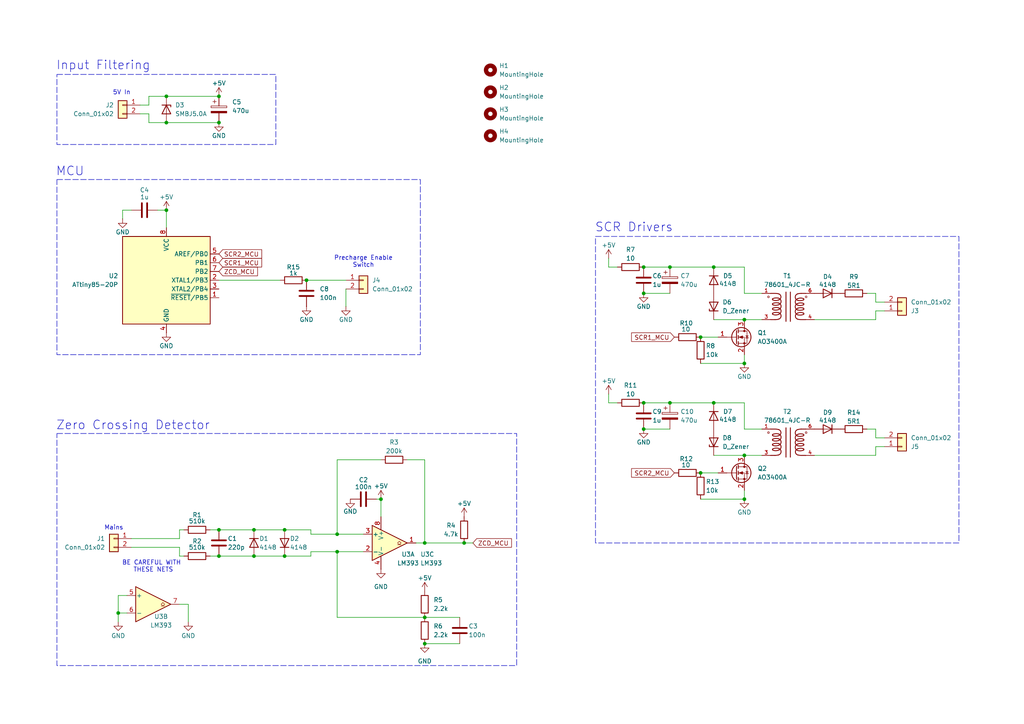
<source format=kicad_sch>
(kicad_sch (version 20250114) (generator "eeschema") (generator_version "9.0")
  (paper "A4")
  (lib_symbols
    (symbol "Comparator:LM393" (pin_names (offset 0.127))
      (property "Reference" "U" (at 3.81 3.81 0))
      (property "Value" "LM393" (at 6.35 -3.81 0))
      (symbol "LM393_1_1"
        (polyline (pts (xy -5.08 5.08) (xy 5.08 0) (xy -5.08 -5.08) (xy -5.08 5.08)) (stroke (width 0.254)) (fill (type background)))
        (polyline (pts (xy 3.302 -0.508) (xy 2.794 -0.508) (xy 3.302 0) (xy 2.794 0.508) (xy 2.286 0) (xy 2.794 -0.508) (xy 2.286 -0.508)) (stroke (width 0.127)))
        (pin input line (at -7.62 2.54 0) (length 2.54) (name "+") (number "3"))
        (pin input line (at -7.62 -2.54 0) (length 2.54) (name "-") (number "2"))
        (pin open_collector line (at 7.62 0 180) (length 2.54) (name "~") (number "1"))
      )
      (symbol "LM393_2_1"
        (polyline (pts (xy -5.08 5.08) (xy 5.08 0) (xy -5.08 -5.08) (xy -5.08 5.08)) (stroke (width 0.254)) (fill (type background)))
        (polyline (pts (xy 3.302 -0.508) (xy 2.794 -0.508) (xy 3.302 0) (xy 2.794 0.508) (xy 2.286 0) (xy 2.794 -0.508) (xy 2.286 -0.508)) (stroke (width 0.127)))
        (pin input line (at -7.62 2.54 0) (length 2.54) (name "+") (number "5"))
        (pin input line (at -7.62 -2.54 0) (length 2.54) (name "-") (number "6"))
        (pin open_collector line (at 7.62 0 180) (length 2.54) (name "~") (number "7"))
      )
      (symbol "LM393_3_1"
        (pin power_in line (at -2.54 7.62 270) (length 3.81) (name "V+") (number "8"))
        (pin power_in line (at -2.54 -7.62 90) (length 3.81) (name "V-") (number "4"))
      )
    )
    (symbol "Connector_Generic:Conn_01x02" (pin_names (offset 1.016) (hide yes))
      (property "Reference" "J" (at 0 2.54 0))
      (property "Value" "Conn_01x02" (at 0 -5.08 0))
      (symbol "Conn_01x02_1_1"
        (rectangle (start -1.27 1.27) (end 1.27 -3.81) (stroke (width 0.254)) (fill (type background)))
        (rectangle (start -1.27 0.127) (end 0 -0.127) (stroke (width 0.1524)))
        (rectangle (start -1.27 -2.413) (end 0 -2.667) (stroke (width 0.1524)))
        (pin passive line (at -5.08 0 0) (length 3.81) (name "Pin_1") (number "1"))
        (pin passive line (at -5.08 -2.54 0) (length 3.81) (name "Pin_2") (number "2"))
      )
    )
    (symbol "Device:C" (pin_numbers (hide yes)) (pin_names (offset 0.254))
      (property "Reference" "C" (at 0.635 2.54 0))
      (property "Value" "C" (at 0.635 -2.54 0))
      (symbol "C_0_1"
        (polyline (pts (xy -2.032 0.762) (xy 2.032 0.762)) (stroke (width 0.508)))
        (polyline (pts (xy -2.032 -0.762) (xy 2.032 -0.762)) (stroke (width 0.508)))
      )
      (symbol "C_1_1"
        (pin passive line (at 0 3.81 270) (length 2.794) (name "~") (number "1"))
        (pin passive line (at 0 -3.81 90) (length 2.794) (name "~") (number "2"))
      )
    )
    (symbol "Device:C_Polarized" (pin_numbers (hide yes)) (pin_names (offset 0.254))
      (property "Reference" "C" (at 0.635 2.54 0))
      (property "Value" "C_Polarized" (at 0.635 -2.54 0))
      (symbol "C_Polarized_0_1"
        (rectangle (start -2.286 0.508) (end 2.286 1.016))
        (polyline (pts (xy -1.778 2.286) (xy -0.762 2.286)))
        (polyline (pts (xy -1.27 2.794) (xy -1.27 1.778)))
        (rectangle (start 2.286 -0.508) (end -2.286 -1.016) (fill (type outline)))
      )
      (symbol "C_Polarized_1_1"
        (pin passive line (at 0 3.81 270) (length 2.794) (name "~") (number "1"))
        (pin passive line (at 0 -3.81 90) (length 2.794) (name "~") (number "2"))
      )
    )
    (symbol "Device:D" (pin_numbers (hide yes)) (pin_names (offset 1.016) (hide yes))
      (property "Reference" "D" (at 0 2.54 0))
      (property "Value" "D" (at 0 -2.54 0))
      (symbol "D_0_1"
        (polyline (pts (xy -1.27 1.27) (xy -1.27 -1.27)) (stroke (width 0.254)))
        (polyline (pts (xy 1.27 1.27) (xy 1.27 -1.27) (xy -1.27 0) (xy 1.27 1.27)) (stroke (width 0.254)))
        (polyline (pts (xy 1.27 0) (xy -1.27 0)))
      )
      (symbol "D_1_1"
        (pin passive line (at -3.81 0 0) (length 2.54) (name "K") (number "1"))
        (pin passive line (at 3.81 0 180) (length 2.54) (name "A") (number "2"))
      )
    )
    (symbol "Device:D_Zener" (pin_numbers (hide yes)) (pin_names (offset 1.016) (hide yes))
      (property "Reference" "D" (at 0 2.54 0))
      (property "Value" "D_Zener" (at 0 -2.54 0))
      (symbol "D_Zener_0_1"
        (polyline (pts (xy -1.27 -1.27) (xy -1.27 1.27) (xy -0.762 1.27)) (stroke (width 0.254)))
        (polyline (pts (xy 1.27 0) (xy -1.27 0)))
        (polyline (pts (xy 1.27 -1.27) (xy 1.27 1.27) (xy -1.27 0) (xy 1.27 -1.27)) (stroke (width 0.254)))
      )
      (symbol "D_Zener_1_1"
        (pin passive line (at -3.81 0 0) (length 2.54) (name "K") (number "1"))
        (pin passive line (at 3.81 0 180) (length 2.54) (name "A") (number "2"))
      )
    )
    (symbol "Device:R" (pin_numbers (hide yes)) (pin_names (offset 0))
      (property "Reference" "R" (at 2.032 0 90))
      (property "Value" "R" (at 0 0 90))
      (symbol "R_0_1"
        (rectangle (start -1.016 -2.54) (end 1.016 2.54) (stroke (width 0.254)))
      )
      (symbol "R_1_1"
        (pin passive line (at 0 3.81 270) (length 1.27) (name "~") (number "1"))
        (pin passive line (at 0 -3.81 90) (length 1.27) (name "~") (number "2"))
      )
    )
    (symbol "MCU_Microchip_ATtiny:ATtiny85-20P"
      (property "Reference" "U" (at -12.7 13.97 0))
      (property "Value" "ATtiny85-20P" (at 2.54 -13.97 0))
      (symbol "ATtiny85-20P_0_1"
        (rectangle (start -12.7 -12.7) (end 12.7 12.7) (stroke (width 0.254)) (fill (type background)))
      )
      (symbol "ATtiny85-20P_1_1"
        (pin power_in line (at 0 15.24 270) (length 2.54) (name "VCC") (number "8"))
        (pin power_in line (at 0 -15.24 90) (length 2.54) (name "GND") (number "4"))
        (pin bidirectional line (at 15.24 7.62 180) (length 2.54) (name "AREF/PB0") (number "5"))
        (pin bidirectional line (at 15.24 5.08 180) (length 2.54) (name "PB1") (number "6"))
        (pin bidirectional line (at 15.24 2.54 180) (length 2.54) (name "PB2") (number "7"))
        (pin bidirectional line (at 15.24 0 180) (length 2.54) (name "XTAL1/PB3") (number "2"))
        (pin bidirectional line (at 15.24 -2.54 180) (length 2.54) (name "XTAL2/PB4") (number "3"))
        (pin bidirectional line (at 15.24 -5.08 180) (length 2.54) (name "~{RESET}/PB5") (number "1"))
      )
    )
    (symbol "Mechanical:MountingHole" (pin_names (offset 1.016)) (in_bom no)
      (property "Reference" "H" (at 0 5.08 0))
      (property "Value" "MountingHole" (at 0 3.175 0))
      (symbol "MountingHole_0_1"
        (circle (center 0 0) (radius 1.27) (stroke (width 1.27)))
      )
    )
    (symbol "Project:78601_4JC-R" (pin_names (offset 1.016))
      (property "Reference" "T" (at 0 6.35 0))
      (property "Value" "78601_4JC-R" (at -6.604 -5.334 0))
      (symbol "78601_4JC-R_0_0"
        (circle (center -5.715 4.064) (radius 0.254))
        (polyline (pts (xy -5.08 5.08) (xy -3.81 5.08)) (stroke (width 0.254)))
        (polyline (pts (xy -5.08 -2.54) (xy -3.81 -2.54)) (stroke (width 0.254)))
        (arc (start -4.445 3.175) (mid -4.571 3.3654) (end -4.445 3.556) (stroke (width 0.254)))
        (arc (start -4.445 1.778) (mid -4.571 1.9684) (end -4.445 2.159) (stroke (width 0.254)))
        (arc (start -4.445 0.381) (mid -4.571 0.5714) (end -4.445 0.762) (stroke (width 0.254)))
        (arc (start -4.445 -1.016) (mid -4.571 -0.8256) (end -4.445 -0.635) (stroke (width 0.254)))
        (arc (start -3.683 5.08) (mid -3.2263 5.039) (end -2.794 4.953) (stroke (width 0.254)))
        (arc (start -2.794 -2.413) (mid -3.307 -2.5092) (end -3.81 -2.54) (stroke (width 0.254)))
        (arc (start -2.794 3.175) (mid -3.621 3.0067) (end -4.445 3.175) (stroke (width 0.254)))
        (arc (start -2.794 1.778) (mid -3.621 1.6097) (end -4.445 1.778) (stroke (width 0.254)))
        (arc (start -2.794 0.381) (mid -3.621 0.2127) (end -4.445 0.381) (stroke (width 0.254)))
        (arc (start -2.794 -1.016) (mid -3.621 -1.1843) (end -4.445 -1.016) (stroke (width 0.254)))
        (arc (start -4.445 3.556) (mid -3.6234 3.7555) (end -2.794 3.683) (stroke (width 0.254)))
        (arc (start -4.445 2.159) (mid -3.6234 2.3585) (end -2.794 2.286) (stroke (width 0.254)))
        (arc (start -4.445 0.762) (mid -3.6234 0.9615) (end -2.794 0.889) (stroke (width 0.254)))
        (arc (start -4.445 -0.635) (mid -3.6234 -0.4355) (end -2.794 -0.508) (stroke (width 0.254)))
        (arc (start -2.794 3.683) (mid -2.0532 2.7348) (end -2.794 1.778) (stroke (width 0.254)))
        (arc (start -2.794 2.286) (mid -2.0532 1.3378) (end -2.794 0.381) (stroke (width 0.254)))
        (arc (start -2.794 0.889) (mid -2.0532 -0.0592) (end -2.794 -1.016) (stroke (width 0.254)))
        (arc (start -2.794 -0.508) (mid -2.0532 -1.4562) (end -2.794 -2.413) (stroke (width 0.254)))
        (arc (start -2.794 4.953) (mid -2.1026 4.068) (end -2.794 3.175) (stroke (width 0.254)))
        (polyline (pts (xy -0.635 5.461) (xy -0.635 -3.048)) (stroke (width 0.254)))
        (polyline (pts (xy 0.635 5.461) (xy 0.635 -3.048)) (stroke (width 0.254)))
        (arc (start 2.794 -2.413) (mid 2.1026 -1.528) (end 2.794 -0.635) (stroke (width 0.254)))
        (arc (start 2.794 3.048) (mid 2.0532 3.9962) (end 2.794 4.953) (stroke (width 0.254)))
        (arc (start 2.794 1.651) (mid 2.0532 2.5992) (end 2.794 3.556) (stroke (width 0.254)))
        (arc (start 2.794 0.254) (mid 2.0532 1.2022) (end 2.794 2.159) (stroke (width 0.254)))
        (arc (start 2.794 -1.143) (mid 2.0532 -0.1948) (end 2.794 0.762) (stroke (width 0.254)))
        (arc (start 4.445 3.175) (mid 3.6234 2.9755) (end 2.794 3.048) (stroke (width 0.254)))
        (arc (start 4.445 1.778) (mid 3.6234 1.5785) (end 2.794 1.651) (stroke (width 0.254)))
        (arc (start 4.445 0.381) (mid 3.6234 0.1815) (end 2.794 0.254) (stroke (width 0.254)))
        (arc (start 4.445 -1.016) (mid 3.6234 -1.2155) (end 2.794 -1.143) (stroke (width 0.254)))
        (arc (start 2.794 3.556) (mid 3.621 3.7243) (end 4.445 3.556) (stroke (width 0.254)))
        (arc (start 2.794 2.159) (mid 3.621 2.3273) (end 4.445 2.159) (stroke (width 0.254)))
        (arc (start 2.794 0.762) (mid 3.621 0.9303) (end 4.445 0.762) (stroke (width 0.254)))
        (arc (start 2.794 -0.635) (mid 3.621 -0.4667) (end 4.445 -0.635) (stroke (width 0.254)))
        (arc (start 2.794 4.953) (mid 3.307 5.0492) (end 3.81 5.08) (stroke (width 0.254)))
        (arc (start 3.683 -2.54) (mid 3.2263 -2.499) (end 2.794 -2.413) (stroke (width 0.254)))
        (arc (start 4.445 3.556) (mid 4.571 3.3656) (end 4.445 3.175) (stroke (width 0.254)))
        (arc (start 4.445 2.159) (mid 4.571 1.9686) (end 4.445 1.778) (stroke (width 0.254)))
        (arc (start 4.445 0.762) (mid 4.571 0.5716) (end 4.445 0.381) (stroke (width 0.254)))
        (arc (start 4.445 -0.635) (mid 4.571 -0.8254) (end 4.445 -1.016) (stroke (width 0.254)))
        (polyline (pts (xy 5.08 5.08) (xy 3.81 5.08)) (stroke (width 0.254)))
        (polyline (pts (xy 5.08 -2.54) (xy 3.81 -2.54)) (stroke (width 0.254)))
        (circle (center 5.207 4.064) (radius 0.254))
        (pin passive line (at -7.62 5.08 0) (length 2.54) (name "~") (number "1"))
        (pin passive line (at -7.62 -2.54 0) (length 2.54) (name "~") (number "3"))
        (pin passive line (at 7.62 5.08 180) (length 2.54) (name "~") (number "6"))
        (pin passive line (at 7.62 -2.54 180) (length 2.54) (name "~") (number "4"))
      )
    )
    (symbol "Transistor_FET:AO3400A" (pin_names (offset 0) (hide yes))
      (property "Reference" "Q" (at 5.08 1.905 0))
      (property "Value" "AO3400A" (at 5.08 0 0))
      (symbol "AO3400A_0_1"
        (polyline (pts (xy 0.254 1.905) (xy 0.254 -1.905)) (stroke (width 0.254)))
        (polyline (pts (xy 0.254 0) (xy -2.54 0)))
        (polyline (pts (xy 0.762 2.286) (xy 0.762 1.27)) (stroke (width 0.254)))
        (polyline (pts (xy 0.762 0.508) (xy 0.762 -0.508)) (stroke (width 0.254)))
        (polyline (pts (xy 0.762 -1.27) (xy 0.762 -2.286)) (stroke (width 0.254)))
        (polyline (pts (xy 0.762 -1.778) (xy 3.302 -1.778) (xy 3.302 1.778) (xy 0.762 1.778)))
        (polyline (pts (xy 1.016 0) (xy 2.032 0.381) (xy 2.032 -0.381) (xy 1.016 0)) (fill (type outline)))
        (circle (center 1.651 0) (radius 2.794) (stroke (width 0.254)))
        (polyline (pts (xy 2.54 2.54) (xy 2.54 1.778)))
        (circle (center 2.54 1.778) (radius 0.254) (fill (type outline)))
        (circle (center 2.54 -1.778) (radius 0.254) (fill (type outline)))
        (polyline (pts (xy 2.54 -2.54) (xy 2.54 0) (xy 0.762 0)))
        (polyline (pts (xy 2.921 0.381) (xy 3.683 0.381)))
        (polyline (pts (xy 3.302 0.381) (xy 2.921 -0.254) (xy 3.683 -0.254) (xy 3.302 0.381)))
      )
      (symbol "AO3400A_1_1"
        (pin input line (at -5.08 0 0) (length 2.54) (name "G") (number "1"))
        (pin passive line (at 2.54 5.08 270) (length 2.54) (name "D") (number "3"))
        (pin passive line (at 2.54 -5.08 90) (length 2.54) (name "S") (number "2"))
      )
    )
    (symbol "power:+5V" (power) (pin_numbers (hide yes)) (pin_names (offset 0) (hide yes))
      (property "Value" "+5V" (at 0 3.556 0))
      (symbol "+5V_0_1"
        (polyline (pts (xy -0.762 1.27) (xy 0 2.54)))
        (polyline (pts (xy 0 2.54) (xy 0.762 1.27)))
        (polyline (pts (xy 0 0) (xy 0 2.54)))
      )
      (symbol "+5V_1_1"
        (pin power_in line (at 0 0 90) (length 0) (name "~") (number "1"))
      )
    )
    (symbol "power:GND" (power) (pin_numbers (hide yes)) (pin_names (offset 0) (hide yes))
      (property "Value" "GND" (at 0 -3.81 0))
      (symbol "GND_0_1"
        (polyline (pts (xy 0 0) (xy 0 -1.27) (xy 1.27 -1.27) (xy 0 -2.54) (xy -1.27 -1.27) (xy 0 -1.27)))
      )
      (symbol "GND_1_1"
        (pin power_in line (at 0 0 270) (length 0) (name "~") (number "1"))
      )
    )
  )
  (rectangle (start 16.51 21.59) (end 80.01 41.91) (stroke (width 0) (type dash)))
  (rectangle (start 16.51 52.07) (end 121.92 102.87) (stroke (width 0) (type dash)))
  (rectangle (start 16.51 125.73) (end 149.86 193.04) (stroke (width 0) (type dash)))
  (rectangle (start 172.72 68.58) (end 278.13 157.48) (stroke (width 0) (type dash)))
  (text "Input Filtering" (at 29.972 19.05 0) (effects (font (size 2.54 2.54))))
  (text "MCU" (at 20.32 49.784 0) (effects (font (size 2.54 2.54))))
  (text "SCR Drivers" (at 183.896 66.04 0) (effects (font (size 2.54 2.54))))
  (text "5V In" (at 35.306 26.924 0) (effects (font (size 1.27 1.27))))
  (text "Mains" (at 33.02 153.162 0) (effects (font (size 1.27 1.27))))
  (text "Zero Crossing Detector" (at 38.608 123.444 0) (effects (font (size 2.54 2.54))))
  (text "BE CAREFUL WITH \nTHESE NETS" (at 44.45 164.338 0) (effects (font (size 1.27 1.27))))
  (text "Precharge Enable\nSwitch" (at 105.41 75.946 0) (effects (font (size 1.27 1.27))))
  (junction (at 63.5 153.67))
  (junction (at 82.55 153.67))
  (junction (at 186.69 124.46))
  (junction (at 63.5 35.56))
  (junction (at 34.29 177.8))
  (junction (at 63.5 27.94))
  (junction (at 48.26 35.56))
  (junction (at 215.9 132.08))
  (junction (at 73.66 161.29))
  (junction (at 48.26 60.96))
  (junction (at 134.62 157.48))
  (junction (at 203.2 97.79))
  (junction (at 215.9 144.78))
  (junction (at 73.66 153.67))
  (junction (at 82.55 161.29))
  (junction (at 123.19 186.69))
  (junction (at 215.9 92.71))
  (junction (at 207.01 116.84))
  (junction (at 194.31 116.84))
  (junction (at 186.69 85.09))
  (junction (at 186.69 116.84))
  (junction (at 123.19 157.48))
  (junction (at 186.69 77.47))
  (junction (at 63.5 161.29))
  (junction (at 48.26 27.94))
  (junction (at 215.9 105.41))
  (junction (at 194.31 77.47))
  (junction (at 207.01 77.47))
  (junction (at 203.2 137.16))
  (junction (at 123.19 179.07))
  (junction (at 97.79 154.94))
  (junction (at 97.79 160.02))
  (junction (at 110.49 144.78))
  (junction (at 88.9 81.28))
  (wire (pts (xy 43.18 35.56) (xy 48.26 35.56)))
  (wire (pts (xy 123.19 157.48) (xy 134.62 157.48)))
  (wire (pts (xy 52.07 153.67) (xy 53.34 153.67)))
  (wire (pts (xy 82.55 153.67) (xy 90.17 153.67)))
  (wire (pts (xy 203.2 144.78) (xy 215.9 144.78)))
  (wire (pts (xy 186.69 124.46) (xy 194.31 124.46)))
  (wire (pts (xy 207.01 116.84) (xy 215.9 116.84)))
  (wire (pts (xy 34.29 177.8) (xy 34.29 172.72)))
  (wire (pts (xy 215.9 116.84) (xy 215.9 124.46)))
  (wire (pts (xy 90.17 154.94) (xy 97.79 154.94)))
  (wire (pts (xy 54.61 180.34) (xy 54.61 175.26)))
  (wire (pts (xy 60.96 161.29) (xy 63.5 161.29)))
  (wire (pts (xy 203.2 137.16) (xy 208.28 137.16)))
  (wire (pts (xy 40.64 33.02) (xy 43.18 33.02)))
  (wire (pts (xy 254 90.17) (xy 256.54 90.17)))
  (wire (pts (xy 123.19 157.48) (xy 120.65 157.48)))
  (wire (pts (xy 38.1 60.96) (xy 35.56 60.96)))
  (wire (pts (xy 176.53 77.47) (xy 179.07 77.47)))
  (wire (pts (xy 194.31 116.84) (xy 207.01 116.84)))
  (wire (pts (xy 52.07 158.75) (xy 52.07 161.29)))
  (wire (pts (xy 48.26 27.94) (xy 63.5 27.94)))
  (wire (pts (xy 123.19 133.35) (xy 123.19 157.48)))
  (wire (pts (xy 236.22 92.71) (xy 254 92.71)))
  (wire (pts (xy 82.55 161.29) (xy 90.17 161.29)))
  (wire (pts (xy 97.79 133.35) (xy 97.79 154.94)))
  (wire (pts (xy 73.66 153.67) (xy 82.55 153.67)))
  (wire (pts (xy 40.64 30.48) (xy 43.18 30.48)))
  (wire (pts (xy 256.54 127) (xy 254 127)))
  (wire (pts (xy 176.53 116.84) (xy 179.07 116.84)))
  (wire (pts (xy 43.18 33.02) (xy 43.18 35.56)))
  (wire (pts (xy 256.54 87.63) (xy 254 87.63)))
  (wire (pts (xy 215.9 102.87) (xy 215.9 105.41)))
  (wire (pts (xy 34.29 177.8) (xy 36.83 177.8)))
  (wire (pts (xy 118.11 133.35) (xy 123.19 133.35)))
  (wire (pts (xy 215.9 92.71) (xy 220.98 92.71)))
  (wire (pts (xy 90.17 153.67) (xy 90.17 154.94)))
  (wire (pts (xy 110.49 133.35) (xy 97.79 133.35)))
  (wire (pts (xy 215.9 77.47) (xy 215.9 85.09)))
  (wire (pts (xy 60.96 153.67) (xy 63.5 153.67)))
  (wire (pts (xy 254 129.54) (xy 256.54 129.54)))
  (wire (pts (xy 97.79 179.07) (xy 97.79 160.02)))
  (wire (pts (xy 215.9 142.24) (xy 215.9 144.78)))
  (wire (pts (xy 34.29 177.8) (xy 34.29 180.34)))
  (wire (pts (xy 63.5 81.28) (xy 81.28 81.28)))
  (wire (pts (xy 254 127) (xy 254 124.46)))
  (wire (pts (xy 194.31 77.47) (xy 207.01 77.47)))
  (wire (pts (xy 38.1 156.21) (xy 52.07 156.21)))
  (wire (pts (xy 97.79 154.94) (xy 105.41 154.94)))
  (wire (pts (xy 254 124.46) (xy 251.46 124.46)))
  (wire (pts (xy 134.62 157.48) (xy 137.16 157.48)))
  (wire (pts (xy 97.79 160.02) (xy 105.41 160.02)))
  (wire (pts (xy 186.69 116.84) (xy 194.31 116.84)))
  (wire (pts (xy 48.26 60.96) (xy 48.26 66.04)))
  (wire (pts (xy 254 92.71) (xy 254 90.17)))
  (wire (pts (xy 123.19 179.07) (xy 133.35 179.07)))
  (wire (pts (xy 109.22 144.78) (xy 110.49 144.78)))
  (wire (pts (xy 123.19 186.69) (xy 133.35 186.69)))
  (wire (pts (xy 35.56 60.96) (xy 35.56 63.5)))
  (wire (pts (xy 186.69 77.47) (xy 194.31 77.47)))
  (wire (pts (xy 100.33 83.82) (xy 100.33 88.9)))
  (wire (pts (xy 203.2 105.41) (xy 215.9 105.41)))
  (wire (pts (xy 45.72 60.96) (xy 48.26 60.96)))
  (wire (pts (xy 43.18 27.94) (xy 48.26 27.94)))
  (wire (pts (xy 215.9 85.09) (xy 220.98 85.09)))
  (wire (pts (xy 38.1 158.75) (xy 52.07 158.75)))
  (wire (pts (xy 207.01 132.08) (xy 215.9 132.08)))
  (wire (pts (xy 236.22 132.08) (xy 254 132.08)))
  (wire (pts (xy 52.07 156.21) (xy 52.07 153.67)))
  (wire (pts (xy 207.01 92.71) (xy 215.9 92.71)))
  (wire (pts (xy 176.53 74.93) (xy 176.53 77.47)))
  (wire (pts (xy 48.26 35.56) (xy 63.5 35.56)))
  (wire (pts (xy 123.19 179.07) (xy 97.79 179.07)))
  (wire (pts (xy 110.49 144.78) (xy 110.49 149.86)))
  (wire (pts (xy 73.66 161.29) (xy 82.55 161.29)))
  (wire (pts (xy 43.18 30.48) (xy 43.18 27.94)))
  (wire (pts (xy 254 85.09) (xy 251.46 85.09)))
  (wire (pts (xy 63.5 153.67) (xy 73.66 153.67)))
  (wire (pts (xy 186.69 85.09) (xy 194.31 85.09)))
  (wire (pts (xy 254 87.63) (xy 254 85.09)))
  (wire (pts (xy 254 132.08) (xy 254 129.54)))
  (wire (pts (xy 90.17 161.29) (xy 90.17 160.02)))
  (wire (pts (xy 207.01 77.47) (xy 215.9 77.47)))
  (wire (pts (xy 215.9 132.08) (xy 220.98 132.08)))
  (wire (pts (xy 54.61 175.26) (xy 52.07 175.26)))
  (wire (pts (xy 34.29 172.72) (xy 36.83 172.72)))
  (wire (pts (xy 203.2 97.79) (xy 208.28 97.79)))
  (wire (pts (xy 88.9 81.28) (xy 100.33 81.28)))
  (wire (pts (xy 52.07 161.29) (xy 53.34 161.29)))
  (wire (pts (xy 176.53 114.3) (xy 176.53 116.84)))
  (wire (pts (xy 215.9 124.46) (xy 220.98 124.46)))
  (wire (pts (xy 63.5 161.29) (xy 73.66 161.29)))
  (wire (pts (xy 90.17 160.02) (xy 97.79 160.02)))
  (global_label "ZCD_MCU" (shape input) (at 63.5 78.74 0) (property "Intersheetrefs" "${INTERSHEET_REFS}" (effects (hide yes))))
  (global_label "ZCD_MCU" (shape input) (at 137.16 157.48 0) (property "Intersheetrefs" "${INTERSHEET_REFS}" (effects (hide yes))))
  (global_label "SCR1_MCU" (shape input) (at 63.5 76.2 0) (property "Intersheetrefs" "${INTERSHEET_REFS}" (effects (hide yes))))
  (global_label "SCR2_MCU" (shape input) (at 195.58 137.16 180) (property "Intersheetrefs" "${INTERSHEET_REFS}" (effects (hide yes))))
  (global_label "SCR1_MCU" (shape input) (at 195.58 97.79 180) (property "Intersheetrefs" "${INTERSHEET_REFS}" (effects (hide yes))))
  (global_label "SCR2_MCU" (shape input) (at 63.5 73.66 0) (property "Intersheetrefs" "${INTERSHEET_REFS}" (effects (hide yes))))
  (symbol (lib_id "Transistor_FET:AO3400A") (at 213.36 97.79 0) (unit 1)
    (property "Reference" "Q1" (at 219.71 96.5199 0) (effects (justify left)))
    (property "Value" "AO3400A" (at 219.71 99.0599 0) (effects (justify left)))
    (property "Footprint" "Package_TO_SOT_SMD:SOT-23" (effects (hide yes)))
    (property "Datasheet" "http://www.aosmd.com/pdfs/datasheet/AO3400A.pdf" (effects (hide yes)))
    (property "Description" "30V Vds, 5.7A Id, N-Channel MOSFET, SOT-23" (effects (hide yes)))
    (property "LCSC" "C20917" (effects (hide yes)))
  )
  (symbol (lib_id "Device:R") (at 199.39 137.16 90) (unit 1)
    (property "Reference" "R12" (at 197.104 133.096 90) (effects (justify right)))
    (property "Value" "10" (at 197.612 134.874 90) (effects (justify right)))
    (property "Footprint" "Resistor_SMD:R_0603_1608Metric" (effects (hide yes)))
    (property "Description" "Resistor" (effects (hide yes)))
    (property "LCSC" "C22859" (effects (hide yes)))
  )
  (symbol (lib_id "Project:78601_4JC-R") (at 228.6 90.17 0) (unit 1)
    (property "Reference" "T1" (at 228.346 80.01 0))
    (property "Value" "78601_4JC-R" (at 228.346 82.55 0))
    (property "Footprint" "Project:XFMR_78601_4JC-R" (effects (hide yes)))
  )
  (symbol (lib_id "Device:R") (at 199.39 97.79 90) (unit 1)
    (property "Reference" "R10" (at 197.104 93.726 90) (effects (justify right)))
    (property "Value" "10" (at 197.612 95.504 90) (effects (justify right)))
    (property "Footprint" "Resistor_SMD:R_0603_1608Metric" (effects (hide yes)))
    (property "Description" "Resistor" (effects (hide yes)))
    (property "LCSC" "C22859" (effects (hide yes)))
  )
  (symbol (lib_id "Device:R") (at 247.65 85.09 90) (unit 1)
    (property "Reference" "R9" (at 247.65 80.264 90))
    (property "Value" "5R1" (at 247.65 82.804 90))
    (property "Footprint" "Resistor_SMD:R_2010_5025Metric" (effects (hide yes)))
    (property "Description" "Resistor" (effects (hide yes)))
  )
  (symbol (lib_id "Device:R") (at 134.62 153.67 180) (unit 1)
    (property "Reference" "R4" (at 130.81 152.4 0))
    (property "Value" "4.7k" (at 130.81 154.94 0))
    (property "Footprint" "Resistor_SMD:R_0603_1608Metric" (effects (hide yes)))
    (property "Description" "Resistor" (effects (hide yes)))
    (property "LCSC" "C23162" (effects (hide yes)))
  )
  (symbol (lib_id "Device:R") (at 247.65 124.46 90) (unit 1)
    (property "Reference" "R14" (at 247.65 119.634 90))
    (property "Value" "5R1" (at 247.65 122.174 90))
    (property "Footprint" "Resistor_SMD:R_2010_5025Metric" (effects (hide yes)))
    (property "Description" "Resistor" (effects (hide yes)))
  )
  (symbol (lib_id "Device:D") (at 207.01 81.28 270) (unit 1)
    (property "Reference" "D5" (at 211.074 80.01 90))
    (property "Value" "4148" (at 211.074 82.296 90))
    (property "Footprint" "Diode_SMD:D_SOD-123" (effects (hide yes)))
    (property "Description" "Diode" (effects (hide yes)))
    (property "Sim.Device" "D" (effects (hide yes)))
    (property "Sim.Pins" "1=K 2=A" (effects (hide yes)))
    (property "LCSC" "C81598" (effects (hide yes)))
  )
  (symbol (lib_id "power:GND") (at 34.29 180.34 0) (unit 1)
    (property "Reference" "#PWR011" (effects (hide yes)))
    (property "Value" "GND" (at 34.29 184.404 0))
    (property "Description" "Power symbol creates a global label with name \"GND\" , ground" (effects (hide yes)))
  )
  (symbol (lib_id "Connector_Generic:Conn_01x02") (at 261.62 90.17 0) (mirror x) (unit 1)
    (property "Reference" "J3" (at 264.16 90.1701 0) (effects (justify left)))
    (property "Value" "Conn_01x02" (at 264.16 87.6301 0) (effects (justify left)))
    (property "Footprint" "TerminalBlock_Phoenix:TerminalBlock_Phoenix_MKDS-1,5-2-5.08_1x02_P5.08mm_Horizontal" (effects (hide yes)))
    (property "Description" "Generic connector, single row, 01x02, script generated (kicad-library-utils/schlib/autogen/connector/)" (effects (hide yes)))
  )
  (symbol (lib_id "Device:C") (at 63.5 157.48 0) (unit 1)
    (property "Reference" "C1" (at 66.04 156.21 0) (effects (justify left)))
    (property "Value" "220p" (at 66.04 158.75 0) (effects (justify left)))
    (property "Footprint" "Capacitor_SMD:C_0603_1608Metric" (effects (hide yes)))
    (property "Description" "Unpolarized capacitor" (effects (hide yes)))
    (property "LCSC" "C1603" (effects (hide yes)))
  )
  (symbol (lib_id "Device:R") (at 203.2 101.6 0) (unit 1)
    (property "Reference" "R8" (at 204.724 100.33 0) (effects (justify left)))
    (property "Value" "10k" (at 204.724 102.87 0) (effects (justify left)))
    (property "Footprint" "Resistor_SMD:R_0603_1608Metric" (effects (hide yes)))
    (property "Description" "Resistor" (effects (hide yes)))
    (property "LCSC" "C25804" (effects (hide yes)))
  )
  (symbol (lib_id "power:GND") (at 101.6 144.78 0) (unit 1)
    (property "Reference" "#PWR03" (effects (hide yes)))
    (property "Value" "GND" (at 101.6 148.336 0))
    (property "Description" "Power symbol creates a global label with name \"GND\" , ground" (effects (hide yes)))
  )
  (symbol (lib_id "Device:D") (at 82.55 157.48 90) (unit 1)
    (property "Reference" "D2" (at 84.074 156.21 90) (effects (justify right)))
    (property "Value" "4148" (at 84.074 158.75 90) (effects (justify right)))
    (property "Footprint" "Diode_SMD:D_SOD-123" (effects (hide yes)))
    (property "Description" "Diode" (effects (hide yes)))
    (property "Sim.Device" "D" (effects (hide yes)))
    (property "Sim.Pins" "1=K 2=A" (effects (hide yes)))
    (property "LCSC" "C81598" (effects (hide yes)))
  )
  (symbol (lib_id "Device:C") (at 41.91 60.96 90) (unit 1)
    (property "Reference" "C4" (at 41.91 55.118 90))
    (property "Value" "1u" (at 41.91 57.15 90))
    (property "Footprint" "Capacitor_SMD:C_0603_1608Metric" (effects (hide yes)))
    (property "Description" "Unpolarized capacitor" (effects (hide yes)))
    (property "LCSC" "C15849" (effects (hide yes)))
  )
  (symbol (lib_id "Mechanical:MountingHole") (at 142.24 26.67 0) (unit 1) (in_bom no)
    (property "Reference" "H2" (at 144.78 25.3999 0) (effects (justify left)))
    (property "Value" "MountingHole" (at 144.78 27.9399 0) (effects (justify left)))
    (property "Footprint" "MountingHole:MountingHole_3.2mm_M3" (effects (hide yes)))
    (property "Description" "Mounting Hole without connection" (effects (hide yes)))
  )
  (symbol (lib_id "Device:C_Polarized") (at 63.5 31.75 0) (unit 1)
    (property "Reference" "C5" (at 67.31 29.5909 0) (effects (justify left)))
    (property "Value" "470u" (at 67.31 32.1309 0) (effects (justify left)))
    (property "Footprint" "Capacitor_THT:CP_Radial_D10.0mm_P5.00mm" (effects (hide yes)))
    (property "Description" "Polarized capacitor" (effects (hide yes)))
  )
  (symbol (lib_id "power:GND") (at 54.61 180.34 0) (unit 1)
    (property "Reference" "#PWR010" (effects (hide yes)))
    (property "Value" "GND" (at 54.61 184.404 0))
    (property "Description" "Power symbol creates a global label with name \"GND\" , ground" (effects (hide yes)))
  )
  (symbol (lib_id "Mechanical:MountingHole") (at 142.24 20.32 0) (unit 1) (in_bom no)
    (property "Reference" "H1" (at 144.78 19.0499 0) (effects (justify left)))
    (property "Value" "MountingHole" (at 144.78 21.5899 0) (effects (justify left)))
    (property "Footprint" "MountingHole:MountingHole_3.2mm_M3" (effects (hide yes)))
    (property "Description" "Mounting Hole without connection" (effects (hide yes)))
  )
  (symbol (lib_id "Device:R") (at 57.15 153.67 90) (unit 1)
    (property "Reference" "R1" (at 57.15 149.352 90))
    (property "Value" "510k" (at 57.15 151.13 90))
    (property "Footprint" "Resistor_SMD:R_1206_3216Metric" (effects (hide yes)))
    (property "Description" "Resistor" (effects (hide yes)))
    (property "LCSC" "C23192" (effects (hide yes)))
  )
  (symbol (lib_id "power:GND") (at 186.69 124.46 0) (unit 1)
    (property "Reference" "#PWR020" (effects (hide yes)))
    (property "Value" "GND" (at 186.69 128.27 0))
    (property "Description" "Power symbol creates a global label with name \"GND\" , ground" (effects (hide yes)))
  )
  (symbol (lib_id "power:GND") (at 48.26 96.52 0) (unit 1)
    (property "Reference" "#PWR07" (effects (hide yes)))
    (property "Value" "GND" (at 48.26 100.33 0))
    (property "Description" "Power symbol creates a global label with name \"GND\" , ground" (effects (hide yes)))
  )
  (symbol (lib_id "power:+5V") (at 176.53 114.3 0) (unit 1)
    (property "Reference" "#PWR018" (effects (hide yes)))
    (property "Value" "+5V" (at 176.53 110.49 0))
    (property "Description" "Power symbol creates a global label with name \"+5V\"" (effects (hide yes)))
  )
  (symbol (lib_id "Device:R") (at 57.15 161.29 90) (unit 1)
    (property "Reference" "R2" (at 57.15 156.972 90))
    (property "Value" "510k" (at 57.15 158.75 90))
    (property "Footprint" "Resistor_SMD:R_1206_3216Metric" (effects (hide yes)))
    (property "Description" "Resistor" (effects (hide yes)))
    (property "LCSC" "C23192" (effects (hide yes)))
  )
  (symbol (lib_id "Device:C") (at 186.69 81.28 0) (unit 1)
    (property "Reference" "C6" (at 189.23 80.01 0) (effects (justify left)))
    (property "Value" "1u" (at 189.23 82.55 0) (effects (justify left)))
    (property "Footprint" "Capacitor_SMD:C_0603_1608Metric" (effects (hide yes)))
    (property "Description" "Unpolarized capacitor" (effects (hide yes)))
    (property "LCSC" "C15849" (effects (hide yes)))
  )
  (symbol (lib_id "Device:D") (at 207.01 120.65 270) (unit 1)
    (property "Reference" "D7" (at 211.074 119.38 90))
    (property "Value" "4148" (at 211.074 121.666 90))
    (property "Footprint" "Diode_SMD:D_SOD-123" (effects (hide yes)))
    (property "Description" "Diode" (effects (hide yes)))
    (property "Sim.Device" "D" (effects (hide yes)))
    (property "Sim.Pins" "1=K 2=A" (effects (hide yes)))
    (property "LCSC" "C81598" (effects (hide yes)))
  )
  (symbol (lib_id "power:GND") (at 63.5 35.56 0) (unit 1)
    (property "Reference" "#PWR013" (effects (hide yes)))
    (property "Value" "GND" (at 63.5 39.37 0))
    (property "Description" "Power symbol creates a global label with name \"GND\" , ground" (effects (hide yes)))
  )
  (symbol (lib_id "power:+5V") (at 48.26 60.96 0) (unit 1)
    (property "Reference" "#PWR08" (effects (hide yes)))
    (property "Value" "+5V" (at 48.26 57.15 0))
    (property "Description" "Power symbol creates a global label with name \"+5V\"" (effects (hide yes)))
  )
  (symbol (lib_id "power:+5V") (at 134.62 149.86 0) (unit 1)
    (property "Reference" "#PWR04" (effects (hide yes)))
    (property "Value" "+5V" (at 134.62 146.05 0))
    (property "Description" "Power symbol creates a global label with name \"+5V\"" (effects (hide yes)))
  )
  (symbol (lib_id "Device:C") (at 105.41 144.78 90) (unit 1)
    (property "Reference" "C2" (at 105.41 139.192 90))
    (property "Value" "100n" (at 105.41 141.224 90))
    (property "Footprint" "Capacitor_SMD:C_0603_1608Metric" (effects (hide yes)))
    (property "Description" "Unpolarized capacitor" (effects (hide yes)))
    (property "LCSC" "C14663" (effects (hide yes)))
  )
  (symbol (lib_id "Transistor_FET:AO3400A") (at 213.36 137.16 0) (unit 1)
    (property "Reference" "Q2" (at 219.71 135.8899 0) (effects (justify left)))
    (property "Value" "AO3400A" (at 219.71 138.4299 0) (effects (justify left)))
    (property "Footprint" "Package_TO_SOT_SMD:SOT-23" (effects (hide yes)))
    (property "Datasheet" "http://www.aosmd.com/pdfs/datasheet/AO3400A.pdf" (effects (hide yes)))
    (property "Description" "30V Vds, 5.7A Id, N-Channel MOSFET, SOT-23" (effects (hide yes)))
    (property "LCSC" "C20917" (effects (hide yes)))
  )
  (symbol (lib_id "power:GND") (at 110.49 165.1 0) (unit 1)
    (property "Reference" "#PWR01" (effects (hide yes)))
    (property "Value" "GND" (at 110.49 170.18 0))
    (property "Description" "Power symbol creates a global label with name \"GND\" , ground" (effects (hide yes)))
  )
  (symbol (lib_id "Connector_Generic:Conn_01x02") (at 105.41 81.28 0) (unit 1)
    (property "Reference" "J4" (at 107.95 81.2799 0) (effects (justify left)))
    (property "Value" "Conn_01x02" (at 107.95 83.8199 0) (effects (justify left)))
    (property "Footprint" "TerminalBlock_Phoenix:TerminalBlock_Phoenix_MKDS-1,5-2-5.08_1x02_P5.08mm_Horizontal" (effects (hide yes)))
    (property "Description" "Generic connector, single row, 01x02, script generated (kicad-library-utils/schlib/autogen/connector/)" (effects (hide yes)))
  )
  (symbol (lib_id "power:+5V") (at 110.49 144.78 0) (unit 1)
    (property "Reference" "#PWR02" (effects (hide yes)))
    (property "Value" "+5V" (at 110.49 140.97 0))
    (property "Description" "Power symbol creates a global label with name \"+5V\"" (effects (hide yes)))
  )
  (symbol (lib_id "power:GND") (at 215.9 144.78 0) (unit 1)
    (property "Reference" "#PWR021" (effects (hide yes)))
    (property "Value" "GND" (at 215.9 148.59 0))
    (property "Description" "Power symbol creates a global label with name \"GND\" , ground" (effects (hide yes)))
  )
  (symbol (lib_id "power:GND") (at 88.9 88.9 0) (unit 1)
    (property "Reference" "#PWR019" (effects (hide yes)))
    (property "Value" "GND" (at 88.9 92.71 0))
    (property "Description" "Power symbol creates a global label with name \"GND\" , ground" (effects (hide yes)))
  )
  (symbol (lib_id "Device:R") (at 182.88 77.47 90) (unit 1)
    (property "Reference" "R7" (at 182.88 72.39 90))
    (property "Value" "10" (at 182.88 74.93 90))
    (property "Footprint" "Resistor_SMD:R_2010_5025Metric" (effects (hide yes)))
    (property "Description" "Resistor" (effects (hide yes)))
  )
  (symbol (lib_id "power:GND") (at 215.9 105.41 0) (unit 1)
    (property "Reference" "#PWR015" (effects (hide yes)))
    (property "Value" "GND" (at 215.9 109.22 0))
    (property "Description" "Power symbol creates a global label with name \"GND\" , ground" (effects (hide yes)))
  )
  (symbol (lib_id "Device:D_Zener") (at 207.01 128.27 90) (unit 1)
    (property "Reference" "D8" (at 209.55 126.9999 90) (effects (justify right)))
    (property "Value" "D_Zener" (at 209.55 129.5399 90) (effects (justify right)))
    (property "Footprint" "Diode_SMD:D_SMA" (effects (hide yes)))
    (property "Description" "Zener diode" (effects (hide yes)))
  )
  (symbol (lib_id "power:GND") (at 35.56 63.5 0) (unit 1)
    (property "Reference" "#PWR09" (effects (hide yes)))
    (property "Value" "GND" (at 35.56 67.31 0))
    (property "Description" "Power symbol creates a global label with name \"GND\" , ground" (effects (hide yes)))
  )
  (symbol (lib_id "Device:C_Polarized") (at 194.31 120.65 0) (unit 1)
    (property "Reference" "C10" (at 197.358 119.38 0) (effects (justify left)))
    (property "Value" "470u" (at 197.358 121.92 0) (effects (justify left)))
    (property "Footprint" "Capacitor_THT:CP_Radial_D10.0mm_P5.00mm" (effects (hide yes)))
    (property "Description" "Polarized capacitor" (effects (hide yes)))
  )
  (symbol (lib_id "Device:D_Zener") (at 207.01 88.9 90) (unit 1)
    (property "Reference" "D6" (at 209.55 87.6299 90) (effects (justify right)))
    (property "Value" "D_Zener" (at 209.55 90.1699 90) (effects (justify right)))
    (property "Footprint" "Diode_SMD:D_SMA" (effects (hide yes)))
    (property "Description" "Zener diode" (effects (hide yes)))
  )
  (symbol (lib_id "Connector_Generic:Conn_01x02") (at 35.56 30.48 0) (mirror y) (unit 1)
    (property "Reference" "J2" (at 33.02 30.4799 0) (effects (justify left)))
    (property "Value" "Conn_01x02" (at 33.02 33.0199 0) (effects (justify left)))
    (property "Footprint" "TerminalBlock_Phoenix:TerminalBlock_Phoenix_MKDS-1,5-2-5.08_1x02_P5.08mm_Horizontal" (effects (hide yes)))
    (property "Description" "Generic connector, single row, 01x02, script generated (kicad-library-utils/schlib/autogen/connector/)" (effects (hide yes)))
  )
  (symbol (lib_id "Device:D") (at 240.03 85.09 180) (unit 1)
    (property "Reference" "D4" (at 240.03 80.264 0))
    (property "Value" "4148" (at 240.03 82.55 0))
    (property "Footprint" "Diode_SMD:D_SOD-123" (effects (hide yes)))
    (property "Description" "Diode" (effects (hide yes)))
    (property "Sim.Device" "D" (effects (hide yes)))
    (property "Sim.Pins" "1=K 2=A" (effects (hide yes)))
    (property "LCSC" "C81598" (effects (hide yes)))
  )
  (symbol (lib_id "Connector_Generic:Conn_01x02") (at 261.62 129.54 0) (mirror x) (unit 1)
    (property "Reference" "J5" (at 264.16 129.5401 0) (effects (justify left)))
    (property "Value" "Conn_01x02" (at 264.16 127.0001 0) (effects (justify left)))
    (property "Footprint" "TerminalBlock_Phoenix:TerminalBlock_Phoenix_MKDS-1,5-2-5.08_1x02_P5.08mm_Horizontal" (effects (hide yes)))
    (property "Description" "Generic connector, single row, 01x02, script generated (kicad-library-utils/schlib/autogen/connector/)" (effects (hide yes)))
  )
  (symbol (lib_id "Project:78601_4JC-R") (at 228.6 129.54 0) (unit 1)
    (property "Reference" "T2" (at 228.346 119.38 0))
    (property "Value" "78601_4JC-R" (at 228.346 121.92 0))
    (property "Footprint" "Project:XFMR_78601_4JC-R" (effects (hide yes)))
  )
  (symbol (lib_id "power:GND") (at 123.19 186.69 0) (unit 1)
    (property "Reference" "#PWR06" (effects (hide yes)))
    (property "Value" "GND" (at 123.19 191.77 0))
    (property "Description" "Power symbol creates a global label with name \"GND\" , ground" (effects (hide yes)))
  )
  (symbol (lib_id "Device:R") (at 123.19 182.88 0) (unit 1)
    (property "Reference" "R6" (at 125.73 181.6099 0) (effects (justify left)))
    (property "Value" "2.2k" (at 125.73 184.1499 0) (effects (justify left)))
    (property "Footprint" "Resistor_SMD:R_0603_1608Metric" (effects (hide yes)))
    (property "Description" "Resistor" (effects (hide yes)))
    (property "LCSC" "C4190" (effects (hide yes)))
  )
  (symbol (lib_id "Comparator:LM393") (at 113.03 157.48 0) (unit 1)
    (property "Reference" "U3" (at 118.364 160.782 0))
    (property "Value" "LM393" (at 118.364 163.322 0))
    (property "Footprint" "Package_SO:SOIC-8_3.9x4.9mm_P1.27mm" (effects (hide yes)))
    (property "Datasheet" "http://www.ti.com/lit/ds/symlink/lm393.pdf" (effects (hide yes)))
    (property "Description" "Low-Power, Low-Offset Voltage, Dual Comparators, DIP-8/SOIC-8/TO-99-8" (effects (hide yes)))
    (property "LCSC" "C7955" (effects (hide yes)))
  )
  (symbol (lib_id "Device:R") (at 123.19 175.26 0) (unit 1)
    (property "Reference" "R5" (at 125.73 173.9899 0) (effects (justify left)))
    (property "Value" "2.2k" (at 125.73 176.5299 0) (effects (justify left)))
    (property "Footprint" "Resistor_SMD:R_0603_1608Metric" (effects (hide yes)))
    (property "Description" "Resistor" (effects (hide yes)))
    (property "LCSC" "C4190" (effects (hide yes)))
  )
  (symbol (lib_id "Comparator:LM393") (at 113.03 157.48 0) (unit 3)
    (property "Reference" "U3" (at 121.92 160.782 0) (effects (justify left)))
    (property "Value" "LM393" (at 121.92 163.322 0) (effects (justify left)))
    (property "Footprint" "Package_SO:SOIC-8_3.9x4.9mm_P1.27mm" (effects (hide yes)))
    (property "Datasheet" "http://www.ti.com/lit/ds/symlink/lm393.pdf" (effects (hide yes)))
    (property "Description" "Low-Power, Low-Offset Voltage, Dual Comparators, DIP-8/SOIC-8/TO-99-8" (effects (hide yes)))
    (property "LCSC" "C7955" (effects (hide yes)))
  )
  (symbol (lib_id "Connector_Generic:Conn_01x02") (at 33.02 156.21 0) (mirror y) (unit 1)
    (property "Reference" "J1" (at 30.48 156.2099 0) (effects (justify left)))
    (property "Value" "Conn_01x02" (at 30.48 158.7499 0) (effects (justify left)))
    (property "Footprint" "TerminalBlock_Phoenix:TerminalBlock_Phoenix_MKDS-1,5-2-5.08_1x02_P5.08mm_Horizontal" (effects (hide yes)))
    (property "Description" "Generic connector, single row, 01x02, script generated (kicad-library-utils/schlib/autogen/connector/)" (effects (hide yes)))
  )
  (symbol (lib_id "power:+5V") (at 63.5 27.94 0) (unit 1)
    (property "Reference" "#PWR012" (effects (hide yes)))
    (property "Value" "+5V" (at 63.5 24.13 0))
    (property "Description" "Power symbol creates a global label with name \"+5V\"" (effects (hide yes)))
  )
  (symbol (lib_id "Device:C_Polarized") (at 194.31 81.28 0) (unit 1)
    (property "Reference" "C7" (at 197.358 80.01 0) (effects (justify left)))
    (property "Value" "470u" (at 197.358 82.55 0) (effects (justify left)))
    (property "Footprint" "Capacitor_THT:CP_Radial_D10.0mm_P5.00mm" (effects (hide yes)))
    (property "Description" "Polarized capacitor" (effects (hide yes)))
  )
  (symbol (lib_id "power:+5V") (at 176.53 74.93 0) (unit 1)
    (property "Reference" "#PWR014" (effects (hide yes)))
    (property "Value" "+5V" (at 176.53 71.12 0))
    (property "Description" "Power symbol creates a global label with name \"+5V\"" (effects (hide yes)))
  )
  (symbol (lib_id "Mechanical:MountingHole") (at 142.24 33.02 0) (unit 1) (in_bom no)
    (property "Reference" "H3" (at 144.78 31.7499 0) (effects (justify left)))
    (property "Value" "MountingHole" (at 144.78 34.2899 0) (effects (justify left)))
    (property "Footprint" "MountingHole:MountingHole_3.2mm_M3" (effects (hide yes)))
    (property "Description" "Mounting Hole without connection" (effects (hide yes)))
  )
  (symbol (lib_id "Device:D_Zener") (at 48.26 31.75 270) (unit 1)
    (property "Reference" "D3" (at 50.8 30.4799 90) (effects (justify left)))
    (property "Value" "SMBJ5.0A" (at 50.8 33.0199 90) (effects (justify left)))
    (property "Footprint" "Diode_SMD:D_SMB" (effects (hide yes)))
    (property "Description" "Zener diode" (effects (hide yes)))
  )
  (symbol (lib_id "Device:C") (at 186.69 120.65 0) (unit 1)
    (property "Reference" "C9" (at 189.23 119.38 0) (effects (justify left)))
    (property "Value" "1u" (at 189.23 121.92 0) (effects (justify left)))
    (property "Footprint" "Capacitor_SMD:C_0603_1608Metric" (effects (hide yes)))
    (property "Description" "Unpolarized capacitor" (effects (hide yes)))
    (property "LCSC" "C15849" (effects (hide yes)))
  )
  (symbol (lib_id "Comparator:LM393") (at 44.45 175.26 0) (unit 2)
    (property "Reference" "U3" (at 46.736 178.816 0))
    (property "Value" "LM393" (at 46.736 181.356 0))
    (property "Footprint" "Package_SO:SOIC-8_3.9x4.9mm_P1.27mm" (effects (hide yes)))
    (property "Datasheet" "http://www.ti.com/lit/ds/symlink/lm393.pdf" (effects (hide yes)))
    (property "Description" "Low-Power, Low-Offset Voltage, Dual Comparators, DIP-8/SOIC-8/TO-99-8" (effects (hide yes)))
    (property "LCSC" "C7955" (effects (hide yes)))
  )
  (symbol (lib_id "MCU_Microchip_ATtiny:ATtiny85-20P") (at 48.26 81.28 0) (unit 1)
    (property "Reference" "U2" (at 34.29 80.0099 0) (effects (justify right)))
    (property "Value" "ATtiny85-20P" (at 34.29 82.5499 0) (effects (justify right)))
    (property "Footprint" "Package_DIP:DIP-8_W7.62mm" (effects (hide yes)))
    (property "Datasheet" "http://ww1.microchip.com/downloads/en/DeviceDoc/atmel-2586-avr-8-bit-microcontroller-attiny25-attiny45-attiny85_datasheet.pdf" (effects (hide yes)))
    (property "Description" "20MHz, 8kB Flash, 512B SRAM, 512B EEPROM, debugWIRE, DIP-8" (effects (hide yes)))
  )
  (symbol (lib_id "Device:D") (at 240.03 124.46 180) (unit 1)
    (property "Reference" "D9" (at 240.03 119.634 0))
    (property "Value" "4148" (at 240.03 121.92 0))
    (property "Footprint" "Diode_SMD:D_SOD-123" (effects (hide yes)))
    (property "Description" "Diode" (effects (hide yes)))
    (property "Sim.Device" "D" (effects (hide yes)))
    (property "Sim.Pins" "1=K 2=A" (effects (hide yes)))
    (property "LCSC" "C81598" (effects (hide yes)))
  )
  (symbol (lib_id "power:GND") (at 186.69 85.09 0) (unit 1)
    (property "Reference" "#PWR016" (effects (hide yes)))
    (property "Value" "GND" (at 186.69 88.9 0))
    (property "Description" "Power symbol creates a global label with name \"GND\" , ground" (effects (hide yes)))
  )
  (symbol (lib_id "Device:R") (at 85.09 81.28 90) (unit 1)
    (property "Reference" "R15" (at 85.09 77.47 90))
    (property "Value" "1k" (at 85.09 79.248 90))
    (property "Footprint" "Resistor_SMD:R_0603_1608Metric" (effects (hide yes)))
    (property "Description" "Resistor" (effects (hide yes)))
    (property "LCSC" "C21190" (effects (hide yes)))
  )
  (symbol (lib_id "Device:C") (at 133.35 182.88 0) (unit 1)
    (property "Reference" "C3" (at 135.89 181.61 0) (effects (justify left)))
    (property "Value" "100n" (at 135.89 184.15 0) (effects (justify left)))
    (property "Footprint" "Capacitor_SMD:C_0603_1608Metric" (effects (hide yes)))
    (property "Description" "Unpolarized capacitor" (effects (hide yes)))
    (property "LCSC" "C14663" (effects (hide yes)))
  )
  (symbol (lib_id "Device:D") (at 73.66 157.48 270) (unit 1)
    (property "Reference" "D1" (at 75.184 156.21 90) (effects (justify left)))
    (property "Value" "4148" (at 75.184 158.75 90) (effects (justify left)))
    (property "Footprint" "Diode_SMD:D_SOD-123" (effects (hide yes)))
    (property "Description" "Diode" (effects (hide yes)))
    (property "Sim.Device" "D" (effects (hide yes)))
    (property "Sim.Pins" "1=K 2=A" (effects (hide yes)))
    (property "LCSC" "C81598" (effects (hide yes)))
  )
  (symbol (lib_id "Device:C") (at 88.9 85.09 0) (unit 1)
    (property "Reference" "C8" (at 92.71 83.8199 0) (effects (justify left)))
    (property "Value" "100n" (at 92.71 86.3599 0) (effects (justify left)))
    (property "Footprint" "Capacitor_SMD:C_0603_1608Metric" (effects (hide yes)))
    (property "Description" "Unpolarized capacitor" (effects (hide yes)))
    (property "LCSC" "C14663" (effects (hide yes)))
  )
  (symbol (lib_id "Device:R") (at 114.3 133.35 90) (unit 1)
    (property "Reference" "R3" (at 114.3 128.27 90))
    (property "Value" "200k" (at 114.3 130.81 90))
    (property "Footprint" "Resistor_SMD:R_0603_1608Metric" (effects (hide yes)))
    (property "Description" "Resistor" (effects (hide yes)))
    (property "LCSC" "C25811" (effects (hide yes)))
  )
  (symbol (lib_id "power:GND") (at 100.33 88.9 0) (unit 1)
    (property "Reference" "#PWR017" (effects (hide yes)))
    (property "Value" "GND" (at 100.33 92.71 0))
    (property "Description" "Power symbol creates a global label with name \"GND\" , ground" (effects (hide yes)))
  )
  (symbol (lib_id "Device:R") (at 203.2 140.97 0) (unit 1)
    (property "Reference" "R13" (at 204.724 139.7 0) (effects (justify left)))
    (property "Value" "10k" (at 204.724 142.24 0) (effects (justify left)))
    (property "Footprint" "Resistor_SMD:R_0603_1608Metric" (effects (hide yes)))
    (property "Description" "Resistor" (effects (hide yes)))
    (property "LCSC" "C25804" (effects (hide yes)))
  )
  (symbol (lib_id "power:+5V") (at 123.19 171.45 0) (unit 1)
    (property "Reference" "#PWR05" (effects (hide yes)))
    (property "Value" "+5V" (at 123.19 167.64 0))
    (property "Description" "Power symbol creates a global label with name \"+5V\"" (effects (hide yes)))
  )
  (symbol (lib_id "Mechanical:MountingHole") (at 142.24 39.37 0) (unit 1) (in_bom no)
    (property "Reference" "H4" (at 144.78 38.0999 0) (effects (justify left)))
    (property "Value" "MountingHole" (at 144.78 40.6399 0) (effects (justify left)))
    (property "Footprint" "MountingHole:MountingHole_3.2mm_M3" (effects (hide yes)))
    (property "Description" "Mounting Hole without connection" (effects (hide yes)))
  )
  (symbol (lib_id "Device:R") (at 182.88 116.84 90) (unit 1)
    (property "Reference" "R11" (at 182.88 111.76 90))
    (property "Value" "10" (at 182.88 114.3 90))
    (property "Footprint" "Resistor_SMD:R_2010_5025Metric" (effects (hide yes)))
    (property "Description" "Resistor" (effects (hide yes)))
  )
)
</source>
